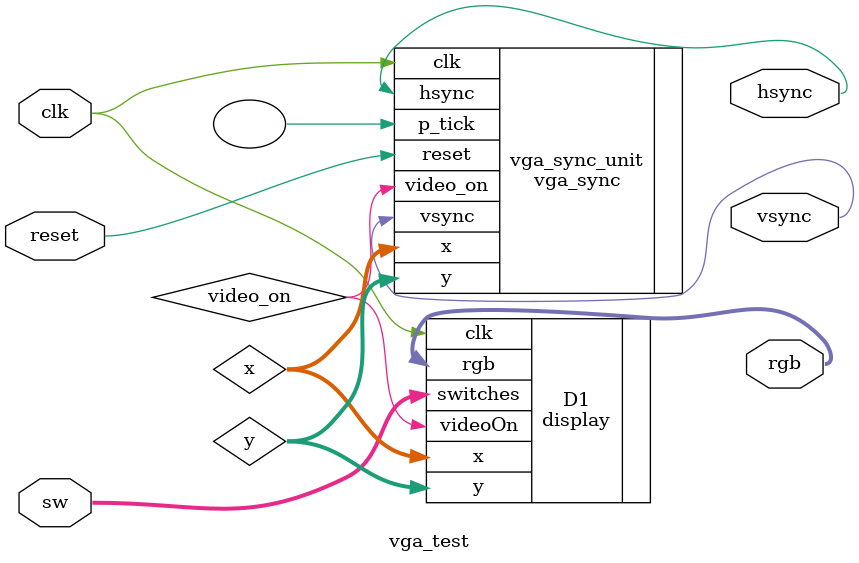
<source format=v>
`timescale 1ns / 1ps
module vga_test
	(
    input wire clk, reset,
    input wire [15:0] sw,
    output wire hsync, vsync,
    output wire [11:0] rgb
);

    // register for Basys 2 8-bit RGB DAC 
    reg [11:0] rgb_reg;
    wire [9:0] x, y;

    // video status output from vga_sync to tell when to route out rgb signal to DAC
    wire video_on;

    // instantiate vga_sync
    vga_sync vga_sync_unit (.clk(clk), .reset(reset), .hsync(hsync), .vsync(vsync),
        .video_on(video_on), .p_tick(), .x(x), .y(y));

    // Display unit to print squares
    display D1 (.x(x), .y(y), .clk(clk), .rgb(rgb), .videoOn(video_on), .switches(sw));


    
endmodule

</source>
